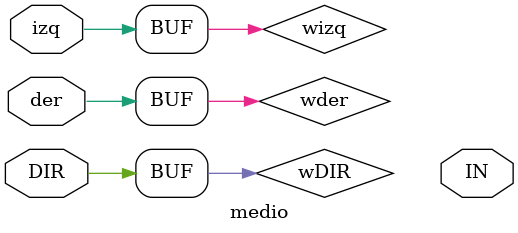
<source format=v>

`timescale 1ns/1ps
/*Corresponde a la seleccion del bit de entrada para el bloque de Q0*/
module medio (input DIR, izq, der, output IN );

//Declaración de cables de conexion para cada MUX
wire wIN, wDIR;
//entradas
wire wizq, wder;

assign wDIR = DIR;
assign wder = der;
assign wizq = izq;

MUX mux1(.S(wDIR), .I1(wder), .I2(wizq), .Y(wIN));

endmodule //

</source>
